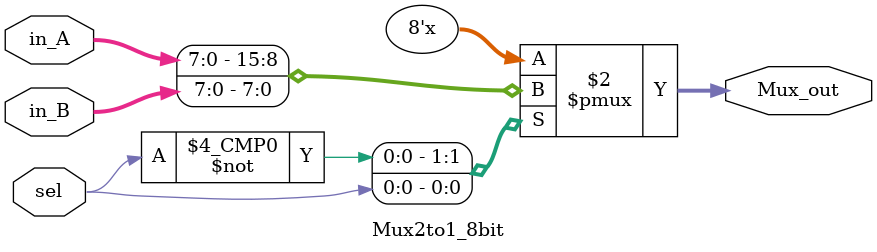
<source format=v>
`timescale 1ns / 1ps


module Mux2to1_8bit(
    input [7:0] in_A,
    input [7:0] in_B,
    input sel,
    output [7:0] Mux_out
    );

reg [7:0] Mux_out;

always @(in_A or in_B or sel)begin
		case(sel)
			1'b0 : Mux_out = in_A;
			1'b1 : Mux_out = in_B;
			default : Mux_out = in_A;
		endcase
end    
    
endmodule


</source>
